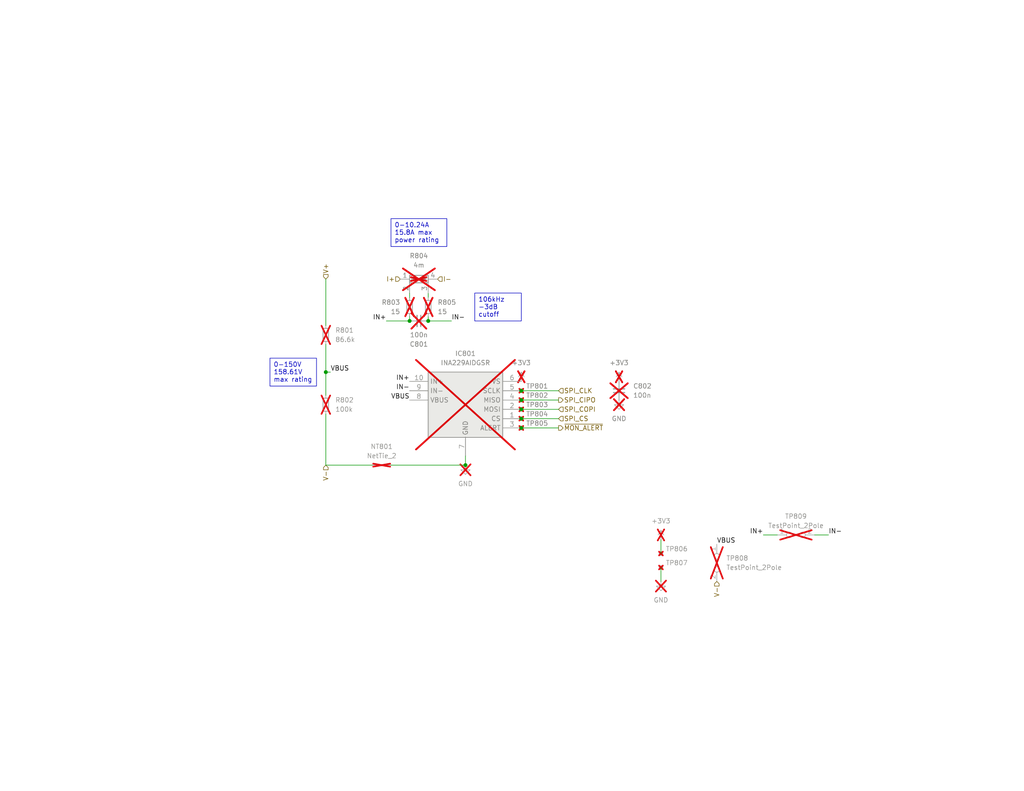
<source format=kicad_sch>
(kicad_sch (version 20231120) (generator "eeschema") (generator_version "8.0")
  (paper "USLetter")
  (title_block (title "Mighty MPPT") (date "2024-08-31") (rev "v0.1.0rc") (comment 1 "Matthew Yu") (comment 2 "Jacob Pustilnik"))
  (lib_symbols
    (symbol "Connector:TestPoint_2Pole" (pin_names (offset 0.762) hide)
      (property "Reference" "TP" (at 0 1.524 0))
      (property "Value" "TestPoint_2Pole" (at 0 -1.778 0))
      (symbol "TestPoint_2Pole_0_1"
        (circle (center -1.778 0) (radius 0.762))
        (circle (center 1.778 0) (radius 0.762))
        (pin passive line (at -5.08 0 0) (length 2.54) (name "1") (number "1"))
        (pin passive line (at 5.08 0 180) (length 2.54) (name "2") (number "2"))
      )
    )
    (symbol "Connector:TestPoint_Small" (pin_numbers hide) (pin_names (offset 0.762) hide)
      (property "Reference" "TP" (at 0 3.81 0))
      (property "Value" "TestPoint_Small" (at 0 2.032 0))
      (symbol "TestPoint_Small_0_1"
        (circle (center 0 0) (radius 0.508))
      )
      (symbol "TestPoint_Small_1_1"
        (pin passive line (at 0 0 90) (length 0) (name "1") (number "1"))
      )
    )
    (symbol "Device:C_Small" (pin_numbers hide) (pin_names (offset 0.254) hide)
      (property "Reference" "C" (at 0.254 1.778 0))
      (property "Value" "C_Small" (at 0.254 -2.032 0))
      (symbol "C_Small_0_1"
        (polyline (pts (xy -1.524 -0.508) (xy 1.524 -0.508)) (stroke (width 0.3302)))
        (polyline (pts (xy -1.524 0.508) (xy 1.524 0.508)) (stroke (width 0.3048)))
      )
      (symbol "C_Small_1_1"
        (pin passive line (at 0 2.54 270) (length 2.032) (name "~") (number "1"))
        (pin passive line (at 0 -2.54 90) (length 2.032) (name "~") (number "2"))
      )
    )
    (symbol "Device:NetTie_2" (pin_numbers hide) (pin_names (offset 0) hide) (in_bom no)
      (property "Reference" "NT" (at 0 1.27 0))
      (property "Value" "NetTie_2" (at 0 -1.27 0))
      (symbol "NetTie_2_0_1"
        (polyline (pts (xy -1.27 0) (xy 1.27 0)) (stroke (width 0.254)))
      )
      (symbol "NetTie_2_1_1"
        (pin passive line (at -2.54 0 0) (length 2.54) (name "1") (number "1"))
        (pin passive line (at 2.54 0 180) (length 2.54) (name "2") (number "2"))
      )
    )
    (symbol "Device:R_Shunt" (pin_numbers hide) (pin_names (offset 0))
      (property "Reference" "R" (at -4.445 0 90))
      (property "Value" "R_Shunt" (at -2.54 0 90))
      (symbol "R_Shunt_0_1"
        (rectangle (start -1.016 -2.54) (end 1.016 2.54) (stroke (width 0.254)))
        (polyline (pts (xy 0 -2.54) (xy 1.27 -2.54)))
        (polyline (pts (xy 1.27 2.54) (xy 0 2.54)))
      )
      (symbol "R_Shunt_1_1"
        (pin passive line (at 0 5.08 270) (length 2.54) (name "1") (number "1"))
        (pin passive line (at 3.81 2.54 180) (length 2.54) (name "2") (number "2"))
        (pin passive line (at 3.81 -2.54 180) (length 2.54) (name "3") (number "3"))
        (pin passive line (at 0 -5.08 90) (length 2.54) (name "4") (number "4"))
      )
    )
    (symbol "Device:R_Small" (pin_numbers hide) (pin_names (offset 0.254) hide)
      (property "Reference" "R" (at 0.762 0.508 0))
      (property "Value" "R_Small" (at 0.762 -1.016 0))
      (symbol "R_Small_0_1"
        (rectangle (start -0.762 1.778) (end 0.762 -1.778) (stroke (width 0.2032)))
      )
      (symbol "R_Small_1_1"
        (pin passive line (at 0 2.54 270) (length 0.762) (name "~") (number "1"))
        (pin passive line (at 0 -2.54 90) (length 0.762) (name "~") (number "2"))
      )
    )
    (symbol "Graphic:SYM_Arrow_Small" (in_bom no) (on_board no)
      (symbol "SYM_Arrow_Small_0_1"
        (polyline (pts (xy 1.524 0) (xy -2.032 0)) (stroke (width 0.254)))
        (polyline (pts (xy 2.032 0) (xy 0.762 -0.508) (xy 0.762 0.508) (xy 2.032 0)) (fill (type outline)))
      )
    )
    (symbol "INA229AIDGSR_1"
      (property "Reference" "IC" (at 4.826 7.62 0))
      (property "Value" "INA229AIDGSR" (at 4.826 5.08 0))
      (symbol "INA229AIDGSR_1_1_1"
        (rectangle (start 5.08 2.54) (end 25.4 -15.24) (stroke (width 0.254)) (fill (type background)))
        (pin passive line (at 0 -10.16 0) (length 5.08) (name "CS") (number "1"))
        (pin passive line (at 30.48 0 180) (length 5.08) (name "IN+") (number "10"))
        (pin passive line (at 0 -7.62 0) (length 5.08) (name "MOSI") (number "2"))
        (pin passive line (at 0 -12.7 0) (length 5.08) (name "ALERT") (number "3"))
        (pin passive line (at 0 -5.08 0) (length 5.08) (name "MISO") (number "4"))
        (pin passive line (at 0 -2.54 0) (length 5.08) (name "SCLK") (number "5"))
        (pin passive line (at 0 0 0) (length 5.08) (name "VS") (number "6"))
        (pin passive line (at 15.24 -20.32 90) (length 5.08) (name "GND") (number "7"))
        (pin passive line (at 30.48 -5.08 180) (length 5.08) (name "VBUS") (number "8"))
        (pin passive line (at 30.48 -2.54 180) (length 5.08) (name "IN-") (number "9"))
      )
    )
    (symbol "power:+3V3" (power) (pin_numbers hide) (pin_names (offset 0) hide)
      (property "Value" "+3V3" (at 0 3.556 0))
      (symbol "+3V3_0_1"
        (polyline (pts (xy -0.762 1.27) (xy 0 2.54)))
        (polyline (pts (xy 0 0) (xy 0 2.54)))
        (polyline (pts (xy 0 2.54) (xy 0.762 1.27)))
      )
      (symbol "+3V3_1_1"
        (pin power_in line (at 0 0 90) (length 0) (name "~") (number "1"))
      )
    )
    (symbol "power:GND" (power) (pin_numbers hide) (pin_names (offset 0) hide)
      (property "Value" "GND" (at 0 -3.81 0))
      (symbol "GND_0_1"
        (polyline (pts (xy 0 0) (xy 0 -1.27) (xy 1.27 -1.27) (xy 0 -2.54) (xy -1.27 -1.27) (xy 0 -1.27)))
      )
      (symbol "GND_1_1"
        (pin power_in line (at 0 0 270) (length 0) (name "~") (number "1"))
      )
    )
  )
  (junction (at 142.24 114.3))
  (junction (at 111.76 87.63))
  (junction (at 142.24 116.84))
  (junction (at 127 127))
  (junction (at 142.24 111.76))
  (junction (at 142.24 106.68))
  (junction (at 116.84 87.63))
  (junction (at 142.24 109.22))
  (junction (at 88.9 101.6))
  (wire (pts (xy 116.84 80.01) (xy 116.84 81.28)))
  (wire (pts (xy 116.84 86.36) (xy 116.84 87.63)))
  (wire (pts (xy 152.4 111.76) (xy 142.24 111.76)))
  (wire (pts (xy 90.17 101.6) (xy 88.9 101.6)))
  (wire (pts (xy 152.4 106.68) (xy 142.24 106.68)))
  (wire (pts (xy 180.34 147.32) (xy 180.34 151.13)))
  (wire (pts (xy 111.76 86.36) (xy 111.76 87.63)))
  (wire (pts (xy 88.9 127) (xy 101.6 127)))
  (wire (pts (xy 105.41 87.63) (xy 111.76 87.63)))
  (wire (pts (xy 208.28 146.05) (xy 212.09 146.05)))
  (wire (pts (xy 222.25 146.05) (xy 226.06 146.05)))
  (wire (pts (xy 88.9 113.03) (xy 88.9 127)))
  (wire (pts (xy 123.19 87.63) (xy 116.84 87.63)))
  (wire (pts (xy 152.4 116.84) (xy 142.24 116.84)))
  (wire (pts (xy 152.4 114.3) (xy 142.24 114.3)))
  (wire (pts (xy 111.76 80.01) (xy 111.76 81.28)))
  (wire (pts (xy 127 124.46) (xy 127 127)))
  (wire (pts (xy 152.4 109.22) (xy 142.24 109.22)))
  (wire (pts (xy 180.34 154.94) (xy 180.34 158.75)))
  (wire (pts (xy 88.9 76.2) (xy 88.9 88.9)))
  (wire (pts (xy 106.68 127) (xy 127 127)))
  (wire (pts (xy 88.9 101.6) (xy 88.9 107.95)))
  (wire (pts (xy 88.9 93.98) (xy 88.9 101.6)))
  (text_box "0-150V\n158.61V max rating" (at 73.66 97.79 0) (size 12.7 7.62) (effects (font (size 1.27 1.27)) (justify left top)))
  (text_box "106kHz -3dB cutoff" (at 129.54 80.01 0) (size 12.7 7.62) (effects (font (size 1.27 1.27)) (justify left top)))
  (text_box "0-10.24A\n15.8A max power rating" (at 106.68 59.69 0) (size 15.24 7.62) (effects (font (size 1.27 1.27)) (justify left top)))
  (label "IN-" (at 111.76 106.68 180))
  (label "IN+" (at 111.76 104.14 180))
  (label "IN-" (at 226.06 146.05 0))
  (label "VBUS" (at 90.17 101.6 0))
  (label "IN+" (at 105.41 87.63 180))
  (label "IN-" (at 123.19 87.63 0))
  (label "IN+" (at 208.28 146.05 180))
  (label "VBUS" (at 111.76 109.22 180))
  (label "VBUS" (at 195.58 148.59 0))
  (hierarchical_label "V+" (shape input) (at 88.9 76.2 90))
  (hierarchical_label "I-" (shape input) (at 119.38 76.2 0))
  (hierarchical_label "V-" (shape input) (at 88.9 127 270))
  (hierarchical_label "SPI_CS" (shape input) (at 152.4 114.3 0))
  (hierarchical_label "V-" (shape input) (at 195.58 158.75 270))
  (hierarchical_label "SPI_COPI" (shape input) (at 152.4 111.76 0))
  (hierarchical_label "~{MON_ALERT}" (shape output) (at 152.4 116.84 0))
  (hierarchical_label "SPI_CLK" (shape input) (at 152.4 106.68 0))
  (hierarchical_label "I+" (shape input) (at 109.22 76.2 180))
  (hierarchical_label "SPI_CIPO" (shape output) (at 152.4 109.22 0))
  (symbol (lib_id "Device:C_Small") (at 114.3 87.63 270) (unit 1) (in_bom no) (on_board no) (dnp yes)
    (property "Reference" "C801" (at 114.2937 93.98 90))
    (property "Value" "100n" (at 114.2937 91.44 90))
    (property "Footprint" "Capacitor_SMD:C_0402_1005Metric_Pad0.74x0.62mm_HandSolder" (effects (hide yes)))
    (property "Datasheet" "https://product.tdk.com/en/search/capacitor/ceramic/mlcc/info?part_no=CGA2B3X7R1H104K050BB" (effects (hide yes)))
    (property "Description" "Unpolarized capacitor, small symbol" (effects (hide yes)))
    (property "Manufacturer" "TDK" (effects (hide yes)))
    (property "Notes" "3.3V* guaranteed to fail on hard short from + to - rail" (effects (hide yes)))
    (property "P/N" "CGA2B3X7R1H104K050BB" (effects (hide yes)))
    (instances (project "mppt" (path "" (reference "C801") (unit 1)) (path "" (reference "C1301") (unit 1))))
  )
  (symbol (lib_id "power:+3V3") (at 142.24 104.14 0) (mirror y) (unit 1) (in_bom no) (on_board no) (dnp yes)
    (property "Reference" "#PWR0802" (effects (hide yes)))
    (property "Value" "+3V3" (at 142.24 99.06 0))
    (property "Description" "Power symbol creates a global label with name \"+3V3\"" (effects (hide yes)))
    (instances (project "mppt" (path "" (reference "#PWR0802") (unit 1)) (path "" (reference "#PWR01302") (unit 1))))
  )
  (symbol (lib_id "Connector:TestPoint_2Pole") (at 217.17 146.05 0) (unit 1) (in_bom no) (on_board no) (dnp yes)
    (property "Reference" "TP809" (at 217.17 140.97 0))
    (property "Value" "TestPoint_2Pole" (at 217.17 143.51 0))
    (property "Footprint" "TestPoint:TestPoint_2Pads_Pitch2.54mm_Drill0.8mm" (effects (hide yes)))
    (property "Description" "2-polar test point" (effects (hide yes)))
    (instances (project "mppt" (path "" (reference "TP809") (unit 1)) (path "" (reference "TP1309") (unit 1))))
  )
  (symbol (lib_id "Device:R_Shunt") (at 114.3 76.2 90) (mirror x) (unit 1) (in_bom no) (on_board no) (dnp yes)
    (property "Reference" "R804" (at 114.3 69.85 90))
    (property "Value" "4m" (at 114.3 72.39 90))
    (property "Footprint" "Resistor_SMD:R_Shunt_Vishay_WSKW0612" (effects (hide yes)))
    (property "Datasheet" "https://www.vishay.com/doc?30332" (effects (hide yes)))
    (property "Description" "Shunt resistor" (effects (hide yes)))
    (property "Manufacturer" "Vishay / Dale" (effects (hide yes)))
    (property "P/N" "WSKW06124L000FEA " (effects (hide yes)))
    (instances (project "mppt" (path "" (reference "R804") (unit 1)) (path "" (reference "R1304") (unit 1))))
  )
  (symbol (lib_id "Device:R_Small") (at 88.9 110.49 0) (mirror y) (unit 1) (in_bom no) (on_board no) (dnp yes)
    (property "Reference" "R802" (at 91.44 109.2199 0) (effects (justify right)))
    (property "Value" "100k" (at 91.44 111.7599 0) (effects (justify right)))
    (property "Footprint" "Resistor_SMD:R_0603_1608Metric_Pad0.98x0.95mm_HandSolder" (effects (hide yes)))
    (property "Datasheet" "https://www.vishay.com/docs/20035/dcrcwe3.pdf" (effects (hide yes)))
    (property "Description" "Resistor, small symbol" (effects (hide yes)))
    (property "Manufacturer" "Vishay / Dale" (effects (hide yes)))
    (property "P/N" "CRCW0603100KFKEA " (effects (hide yes)))
    (instances (project "mppt" (path "" (reference "R802") (unit 1)) (path "" (reference "R1302") (unit 1))))
  )
  (symbol (lib_id "power:+3V3") (at 168.91 104.14 0) (mirror y) (unit 1) (in_bom no) (on_board no) (dnp yes)
    (property "Reference" "#PWR0803" (effects (hide yes)))
    (property "Value" "+3V3" (at 168.91 99.06 0))
    (property "Description" "Power symbol creates a global label with name \"+3V3\"" (effects (hide yes)))
    (instances (project "mppt" (path "" (reference "#PWR0803") (unit 1)) (path "" (reference "#PWR01303") (unit 1))))
  )
  (symbol (lib_id "Device:R_Small") (at 116.84 83.82 180) (unit 1) (in_bom no) (on_board no) (dnp yes)
    (property "Reference" "R805" (at 119.38 82.5499 0) (effects (justify right)))
    (property "Value" "15" (at 119.38 85.0899 0) (effects (justify right)))
    (property "Footprint" "Resistor_SMD:R_0603_1608Metric_Pad0.98x0.95mm_HandSolder" (effects (hide yes)))
    (property "Datasheet" "https://www.vishay.com/docs/20035/dcrcwe3.pdf" (effects (hide yes)))
    (property "Description" "Resistor, small symbol" (effects (hide yes)))
    (property "Manufacturer" "Vishay / Dale" (effects (hide yes)))
    (property "P/N" "CRCW060315R0FKEA " (effects (hide yes)))
    (instances (project "mppt" (path "" (reference "R805") (unit 1)) (path "" (reference "R1305") (unit 1))))
  )
  (symbol (lib_id "Connector:TestPoint_Small") (at 142.24 114.3 0) (unit 1) (in_bom no) (on_board no) (dnp yes)
    (property "Reference" "TP804" (at 143.51 113.0299 0) (effects (justify left)))
    (property "Value" "TestPoint_Small" (effects (hide yes)))
    (property "Footprint" "TestPoint:TestPoint_Pad_D1.0mm" (effects (hide yes)))
    (property "Description" "test point" (effects (hide yes)))
    (instances (project "mppt" (path "" (reference "TP804") (unit 1)) (path "" (reference "TP1304") (unit 1))))
  )
  (symbol (lib_name "INA229AIDGSR_1") (lib_id "ti_INA229_AIDGSR:INA229AIDGSR") (at 142.24 104.14 0) (mirror y) (unit 1) (in_bom no) (on_board no) (dnp yes)
    (property "Reference" "IC801" (at 127 96.52 0))
    (property "Value" "INA229AIDGSR" (at 127 99.06 0))
    (property "Footprint" "footprints:ti_INA229_AIDGSR" (effects (hide yes)))
    (property "Datasheet" "https://www.ti.com/lit/gpn/ina229" (effects (hide yes)))
    (property "Description" "Current Sense Amplifier 1 Circuit - 10-VSSOP" (effects (hide yes)))
    (property "Manufacturer" "Texas Instruments" (effects (hide yes)))
    (property "P/N" "INA229AIDGSR" (effects (hide yes)))
    (instances (project "mppt" (path "" (reference "IC801") (unit 1)) (path "" (reference "IC1301") (unit 1))))
  )
  (symbol (lib_id "Device:C_Small") (at 168.91 106.68 180) (unit 1) (in_bom no) (on_board no) (dnp yes)
    (property "Reference" "C802" (at 172.72 105.4035 0) (effects (justify right)))
    (property "Value" "100n" (at 172.72 107.9435 0) (effects (justify right)))
    (property "Footprint" "Capacitor_SMD:C_0402_1005Metric_Pad0.74x0.62mm_HandSolder" (effects (hide yes)))
    (property "Datasheet" "https://product.tdk.com/en/search/capacitor/ceramic/mlcc/info?part_no=CGA2B3X7R1H104K050BB" (effects (hide yes)))
    (property "Description" "Unpolarized capacitor, small symbol" (effects (hide yes)))
    (property "Manufacturer" "TDK" (effects (hide yes)))
    (property "Notes" "3.3V Rating" (effects (hide yes)))
    (property "P/N" "CGA2B3X7R1H104K050BB" (effects (hide yes)))
    (instances (project "mppt" (path "" (reference "C802") (unit 1)) (path "" (reference "C1302") (unit 1))))
  )
  (symbol (lib_id "Device:R_Small") (at 111.76 83.82 0) (mirror x) (unit 1) (in_bom no) (on_board no) (dnp yes)
    (property "Reference" "R803" (at 109.22 82.5499 0) (effects (justify right)))
    (property "Value" "15" (at 109.22 85.0899 0) (effects (justify right)))
    (property "Footprint" "Resistor_SMD:R_0603_1608Metric_Pad0.98x0.95mm_HandSolder" (effects (hide yes)))
    (property "Datasheet" "https://www.vishay.com/docs/20035/dcrcwe3.pdf" (effects (hide yes)))
    (property "Description" "Resistor, small symbol" (effects (hide yes)))
    (property "Manufacturer" "Vishay / Dale" (effects (hide yes)))
    (property "P/N" "CRCW060315R0FKEA " (effects (hide yes)))
    (instances (project "mppt" (path "" (reference "R803") (unit 1)) (path "" (reference "R1303") (unit 1))))
  )
  (symbol (lib_id "power:GND") (at 168.91 109.22 0) (unit 1) (in_bom no) (on_board no) (dnp yes)
    (property "Reference" "#PWR0804" (effects (hide yes)))
    (property "Value" "GND" (at 168.91 114.3 0))
    (property "Description" "Power symbol creates a global label with name \"GND\" , ground" (effects (hide yes)))
    (instances (project "" (path "" (reference "#PWR0804") (unit 1)) (path "" (reference "#PWR01304") (unit 1))))
  )
  (symbol (lib_id "Device:R_Small") (at 88.9 91.44 0) (mirror y) (unit 1) (in_bom no) (on_board no) (dnp yes)
    (property "Reference" "R801" (at 91.44 90.1699 0) (effects (justify right)))
    (property "Value" "86.6k" (at 91.44 92.7099 0) (effects (justify right)))
    (property "Footprint" "Resistor_SMD:R_0603_1608Metric_Pad0.98x0.95mm_HandSolder" (effects (hide yes)))
    (property "Datasheet" "https://www.vishay.com/docs/20035/dcrcwe3.pdf" (effects (hide yes)))
    (property "Description" "Resistor, small symbol" (effects (hide yes)))
    (property "Manufacturer" "Vishay / Dale" (effects (hide yes)))
    (property "P/N" "CRCW060386K6FKEA " (effects (hide yes)))
    (instances (project "mppt" (path "" (reference "R801") (unit 1)) (path "" (reference "R1301") (unit 1))))
  )
  (symbol (lib_id "Connector:TestPoint_Small") (at 142.24 109.22 0) (unit 1) (in_bom no) (on_board no) (dnp yes)
    (property "Reference" "TP802" (at 143.51 107.9499 0) (effects (justify left)))
    (property "Value" "TestPoint_Small" (effects (hide yes)))
    (property "Footprint" "TestPoint:TestPoint_Pad_D1.0mm" (effects (hide yes)))
    (property "Description" "test point" (effects (hide yes)))
    (instances (project "mppt" (path "" (reference "TP802") (unit 1)) (path "" (reference "TP1302") (unit 1))))
  )
  (symbol (lib_id "Connector:TestPoint_Small") (at 180.34 151.13 0) (unit 1) (in_bom no) (on_board no) (dnp yes)
    (property "Reference" "TP806" (at 181.61 149.8599 0) (effects (justify left)))
    (property "Value" "TestPoint_Small" (effects (hide yes)))
    (property "Footprint" "TestPoint:TestPoint_Pad_D1.0mm" (effects (hide yes)))
    (property "Description" "test point" (effects (hide yes)))
    (instances (project "mppt" (path "" (reference "TP806") (unit 1)) (path "" (reference "TP1306") (unit 1))))
  )
  (symbol (lib_id "Connector:TestPoint_Small") (at 142.24 116.84 0) (unit 1) (in_bom no) (on_board no) (dnp yes)
    (property "Reference" "TP805" (at 143.51 115.5699 0) (effects (justify left)))
    (property "Value" "TestPoint_Small" (effects (hide yes)))
    (property "Footprint" "TestPoint:TestPoint_Pad_D1.0mm" (effects (hide yes)))
    (property "Description" "test point" (effects (hide yes)))
    (instances (project "mppt" (path "" (reference "TP805") (unit 1)) (path "" (reference "TP1305") (unit 1))))
  )
  (symbol (lib_id "power:GND") (at 127 127 0) (unit 1) (in_bom no) (on_board no) (dnp yes)
    (property "Reference" "#PWR0801" (effects (hide yes)))
    (property "Value" "GND" (at 127 132.08 0))
    (property "Description" "Power symbol creates a global label with name \"GND\" , ground" (effects (hide yes)))
    (instances (project "" (path "" (reference "#PWR0801") (unit 1)) (path "" (reference "#PWR01301") (unit 1))))
  )
  (symbol (lib_id "power:GND") (at 180.34 158.75 0) (unit 1) (in_bom no) (on_board no) (dnp yes)
    (property "Reference" "#PWR0806" (effects (hide yes)))
    (property "Value" "GND" (at 180.34 163.83 0))
    (property "Description" "Power symbol creates a global label with name \"GND\" , ground" (effects (hide yes)))
    (instances (project "mppt" (path "" (reference "#PWR0806") (unit 1)) (path "" (reference "#PWR01306") (unit 1))))
  )
  (symbol (lib_id "Graphic:SYM_Arrow_Small") (at 114.3 76.2 0) (unit 1) (dnp yes)
    (property "Reference" "#SYM801" (effects (hide yes)))
    (property "Value" "SYM_Arrow_Small" (effects (hide yes)))
    (property "Description" "Filled arrow, 160mil" (effects (hide yes)))
    (instances (project "" (path "" (reference "#SYM801") (unit 1)) (path "" (reference "#SYM1301") (unit 1))))
  )
  (symbol (lib_id "Connector:TestPoint_Small") (at 142.24 106.68 0) (unit 1) (in_bom no) (on_board no) (dnp yes)
    (property "Reference" "TP801" (at 143.51 105.4099 0) (effects (justify left)))
    (property "Value" "TestPoint_Small" (effects (hide yes)))
    (property "Footprint" "TestPoint:TestPoint_Pad_D1.0mm" (effects (hide yes)))
    (property "Description" "test point" (effects (hide yes)))
    (instances (project "mppt" (path "" (reference "TP801") (unit 1)) (path "" (reference "TP1301") (unit 1))))
  )
  (symbol (lib_id "Connector:TestPoint_Small") (at 142.24 111.76 0) (unit 1) (in_bom no) (on_board no) (dnp yes)
    (property "Reference" "TP803" (at 143.51 110.4899 0) (effects (justify left)))
    (property "Value" "TestPoint_Small" (effects (hide yes)))
    (property "Footprint" "TestPoint:TestPoint_Pad_D1.0mm" (effects (hide yes)))
    (property "Description" "test point" (effects (hide yes)))
    (instances (project "mppt" (path "" (reference "TP803") (unit 1)) (path "" (reference "TP1303") (unit 1))))
  )
  (symbol (lib_id "Connector:TestPoint_Small") (at 180.34 154.94 0) (unit 1) (in_bom no) (on_board no) (dnp yes)
    (property "Reference" "TP807" (at 181.61 153.6699 0) (effects (justify left)))
    (property "Value" "TestPoint_Small" (effects (hide yes)))
    (property "Footprint" "TestPoint:TestPoint_Pad_D1.0mm" (effects (hide yes)))
    (property "Description" "test point" (effects (hide yes)))
    (instances (project "mppt" (path "" (reference "TP807") (unit 1)) (path "" (reference "TP1307") (unit 1))))
  )
  (symbol (lib_id "Device:NetTie_2") (at 104.14 127 0) (unit 1) (on_board no) (dnp yes)
    (property "Reference" "NT801" (at 104.14 121.92 0))
    (property "Value" "NetTie_2" (at 104.14 124.46 0))
    (property "Footprint" "NetTie:NetTie-2_SMD_Pad0.5mm" (effects (hide yes)))
    (property "Description" "Net tie, 2 pins" (effects (hide yes)))
    (instances (project "" (path "" (reference "NT801") (unit 1)) (path "" (reference "NT1301") (unit 1))))
  )
  (symbol (lib_id "Connector:TestPoint_2Pole") (at 195.58 153.67 270) (unit 1) (in_bom no) (on_board no) (dnp yes)
    (property "Reference" "TP808" (at 198.12 152.3999 90) (effects (justify left)))
    (property "Value" "TestPoint_2Pole" (at 198.12 154.9399 90) (effects (justify left)))
    (property "Footprint" "TestPoint:TestPoint_2Pads_Pitch2.54mm_Drill0.8mm" (effects (hide yes)))
    (property "Description" "2-polar test point" (effects (hide yes)))
    (instances (project "mppt" (path "" (reference "TP808") (unit 1)) (path "" (reference "TP1308") (unit 1))))
  )
  (symbol (lib_id "power:+3V3") (at 180.34 147.32 0) (unit 1) (in_bom no) (on_board no) (dnp yes)
    (property "Reference" "#PWR0805" (effects (hide yes)))
    (property "Value" "+3V3" (at 180.34 142.24 0))
    (property "Description" "Power symbol creates a global label with name \"+3V3\"" (effects (hide yes)))
    (instances (project "mppt" (path "" (reference "#PWR0805") (unit 1)) (path "" (reference "#PWR01305") (unit 1))))
  )
)
</source>
